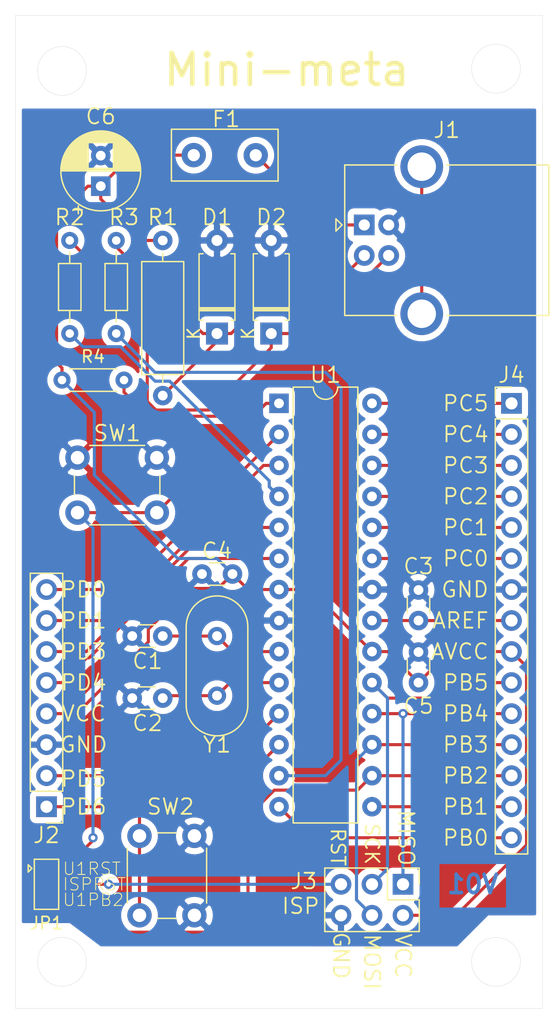
<source format=kicad_pcb>
(kicad_pcb (version 20171130) (host pcbnew 5.1.2)
  (title_block (title "Mini meta") (date 2019-07-21) (rev v01))
  (layers (0 F.Cu signal hide) (31 B.Cu signal) (34 B.Paste user) (35 F.Paste user) (36 B.SilkS user) (37 F.SilkS user) (38 B.Mask user) (39 F.Mask user) (44 Edge.Cuts user))
  (net 0 "")
  (net 1 "Net-(C1-Pad1)")
  (net 2 GND)
  (net 3 "Net-(C2-Pad1)")
  (net 4 +5V)
  (net 5 "Net-(D1-Pad1)")
  (net 6 "Net-(D2-Pad1)")
  (net 7 "Net-(F1-Pad2)")
  (net 8 "Net-(J1-Pad5)")
  (net 9 "Net-(J2-Pad1)")
  (net 10 "Net-(J2-Pad2)")
  (net 11 "Net-(J2-Pad5)")
  (net 12 "Net-(J2-Pad6)")
  (net 13 "Net-(J2-Pad7)")
  (net 14 "Net-(J2-Pad8)")
  (net 15 "Net-(J3-Pad1)")
  (net 16 "Net-(J3-Pad3)")
  (net 17 "Net-(J3-Pad4)")
  (net 18 "Net-(J3-Pad5)")
  (net 19 "Net-(J4-Pad1)")
  (net 20 "Net-(J4-Pad2)")
  (net 21 "Net-(J4-Pad3)")
  (net 22 "Net-(J4-Pad4)")
  (net 23 "Net-(J4-Pad5)")
  (net 24 "Net-(J4-Pad6)")
  (net 25 "Net-(J4-Pad13)")
  (net 26 "Net-(J4-Pad14)")
  (net 27 "Net-(J4-Pad15)")
  (net 28 /Reset)
  (net 29 "Net-(R2-Pad1)")
  (net 30 "Net-(R3-Pad1)")
  (net 31 /AREF)
  (module Capacitor_THT:C_Disc_D3.0mm_W1.6mm_P2.50mm (layer F.Cu) (at 117.475 93.98 180)
    (fp_text reference C1 (at 1.25 -2.05) (layer F.SilkS) (effects (font (size 1.27 1.27))))
    (fp_text value 18pF)
    (pad 1 thru_hole circle (at 0 0 180) (size 1.6 1.6) (drill 0.8) (layers *.Cu *.Mask) (net 1 "Net-(C1-Pad1)"))
    (pad 2 thru_hole circle (at 2.5 0 180) (size 1.6 1.6) (drill 0.8) (layers *.Cu *.Mask) (net 2 GND))
  )
  (module Capacitor_THT:C_Disc_D3.0mm_W1.6mm_P2.50mm (layer F.Cu) (at 117.475 99.06 180)
    (fp_text reference C2 (at 1.25 -2.05) (layer F.SilkS) (effects (font (size 1.27 1.27))))
    (fp_text value 18pF)
    (pad 2 thru_hole circle (at 2.5 0 180) (size 1.6 1.6) (drill 0.8) (layers *.Cu *.Mask) (net 2 GND))
    (pad 1 thru_hole circle (at 0 0 180) (size 1.6 1.6) (drill 0.8) (layers *.Cu *.Mask) (net 3 "Net-(C2-Pad1)"))
  )
  (module Capacitor_THT:C_Disc_D3.0mm_W1.6mm_P2.50mm (layer F.Cu) (at 138.43 92.71 90)
    (fp_text reference C3 (at 4.445 0 180) (layer F.SilkS) (effects (font (size 1.27 1.27))))
    (fp_text value 0.1uF)
    (pad 1 thru_hole circle (at 0 0 90) (size 1.6 1.6) (drill 0.8) (layers *.Cu *.Mask) (net 31 /AREF))
    (pad 2 thru_hole circle (at 2.5 0 90) (size 1.6 1.6) (drill 0.8) (layers *.Cu *.Mask) (net 2 GND))
  )
  (module Capacitor_THT:C_Disc_D3.0mm_W1.6mm_P2.50mm (layer F.Cu) (at 123.19 88.9 180)
    (fp_text reference C4 (at 1.27 1.905) (layer F.SilkS) (effects (font (size 1.27 1.27))))
    (fp_text value 0.1uF)
    (pad 1 thru_hole circle (at 0 0 180) (size 1.6 1.6) (drill 0.8) (layers *.Cu *.Mask) (net 4 +5V))
    (pad 2 thru_hole circle (at 2.5 0 180) (size 1.6 1.6) (drill 0.8) (layers *.Cu *.Mask) (net 2 GND))
  )
  (module Capacitor_THT:C_Disc_D3.0mm_W1.6mm_P2.50mm (layer F.Cu) (at 138.43 97.79 90)
    (fp_text reference C5 (at -1.905 0 180) (layer F.SilkS) (effects (font (size 1.27 1.27))))
    (fp_text value 0.1uF)
    (pad 2 thru_hole circle (at 2.5 0 90) (size 1.6 1.6) (drill 0.8) (layers *.Cu *.Mask) (net 2 GND))
    (pad 1 thru_hole circle (at 0 0 90) (size 1.6 1.6) (drill 0.8) (layers *.Cu *.Mask) (net 4 +5V))
  )
  (module Capacitor_THT:CP_Radial_D6.3mm_P2.50mm (layer F.Cu) (at 112.395 57.15 90)
    (fp_text reference C6 (at 5.715 0 180) (layer F.SilkS) (effects (font (size 1.27 1.27))))
    (fp_text value 10uF)
    (pad 1 thru_hole rect (at 0 0 90) (size 1.6 1.6) (drill 0.8) (layers *.Cu *.Mask) (net 4 +5V))
    (pad 2 thru_hole circle (at 2.5 0 90) (size 1.6 1.6) (drill 0.8) (layers *.Cu *.Mask) (net 2 GND))
  )
  (module Diode_THT:D_A-405_P7.62mm_Horizontal (layer F.Cu) (at 121.92 69.215 90)
    (fp_text reference D1 (at 9.525 0 180) (layer F.SilkS) (effects (font (size 1.27 1.27))))
    (fp_text value 3.6V)
    (fp_text user K (at 0 -1.9 90) (layer F.SilkS))
    (pad 2 thru_hole oval (at 7.62 0 90) (size 1.8 1.8) (drill 0.9) (layers *.Cu *.Mask) (net 2 GND))
    (pad 1 thru_hole rect (at 0 0 90) (size 1.8 1.8) (drill 0.9) (layers *.Cu *.Mask) (net 5 "Net-(D1-Pad1)"))
  )
  (module Diode_THT:D_A-405_P7.62mm_Horizontal (layer F.Cu) (at 126.365 69.215 90)
    (fp_text reference D2 (at 9.525 0 180) (layer F.SilkS) (effects (font (size 1.27 1.27))))
    (fp_text value 3.6V)
    (fp_text user K (at 0 -1.9 90) (layer F.SilkS))
    (pad 1 thru_hole rect (at 0 0 90) (size 1.8 1.8) (drill 0.9) (layers *.Cu *.Mask) (net 6 "Net-(D2-Pad1)"))
    (pad 2 thru_hole oval (at 7.62 0 90) (size 1.8 1.8) (drill 0.9) (layers *.Cu *.Mask) (net 2 GND))
  )
  (module Fuse:Fuse_Littelfuse_395Series (layer F.Cu) (at 120.015 54.61)
    (fp_text reference F1 (at 2.65 -2.95) (layer F.SilkS) (effects (font (size 1.27 1.27))))
    (fp_text value 100mA)
    (pad 1 thru_hole circle (at 0 0) (size 2 2) (drill 1) (layers *.Cu *.Mask) (net 4 +5V))
    (pad 2 thru_hole circle (at 5.08 0.01) (size 2 2) (drill 1) (layers *.Cu *.Mask) (net 7 "Net-(F1-Pad2)"))
  )
  (module Connector_USB:USB_B_OST_USB-B1HSxx_Horizontal (layer F.Cu) (at 133.985 60.325)
    (fp_text reference J1 (at 6.76 -7.77) (layer F.SilkS) (effects (font (size 1.27 1.27))))
    (fp_text value USB_B)
    (pad 1 thru_hole rect (at 0 0) (size 1.7 1.7) (drill 0.92) (layers *.Cu *.Mask) (net 7 "Net-(F1-Pad2)"))
    (pad 2 thru_hole circle (at 0 2.5) (size 1.7 1.7) (drill 0.92) (layers *.Cu *.Mask) (net 5 "Net-(D1-Pad1)"))
    (pad 3 thru_hole circle (at 2 2.5) (size 1.7 1.7) (drill 0.92) (layers *.Cu *.Mask) (net 6 "Net-(D2-Pad1)"))
    (pad 4 thru_hole circle (at 2 0) (size 1.7 1.7) (drill 0.92) (layers *.Cu *.Mask) (net 2 GND))
    (pad 5 thru_hole circle (at 4.71 -4.77) (size 3.5 3.5) (drill 2.33) (layers *.Cu *.Mask) (net 8 "Net-(J1-Pad5)"))
    (pad 5 thru_hole circle (at 4.71 7.27) (size 3.5 3.5) (drill 2.33) (layers *.Cu *.Mask) (net 8 "Net-(J1-Pad5)"))
  )
  (module Connector_PinHeader_2.54mm:PinHeader_1x08_P2.54mm_Vertical (layer F.Cu) (at 107.95 107.95 180)
    (fp_text reference J2 (at 0 -2.33) (layer F.SilkS) (effects (font (size 1.27 1.27))))
    (fp_text value Conn_01x08)
    (pad 1 thru_hole rect (at 0 0 180) (size 1.7 1.7) (drill 1) (layers *.Cu *.Mask) (net 9 "Net-(J2-Pad1)"))
    (pad 2 thru_hole oval (at 0 2.54 180) (size 1.7 1.7) (drill 1) (layers *.Cu *.Mask) (net 10 "Net-(J2-Pad2)"))
    (pad 3 thru_hole oval (at 0 5.08 180) (size 1.7 1.7) (drill 1) (layers *.Cu *.Mask) (net 2 GND))
    (pad 4 thru_hole oval (at 0 7.62 180) (size 1.7 1.7) (drill 1) (layers *.Cu *.Mask) (net 4 +5V))
    (pad 5 thru_hole oval (at 0 10.16 180) (size 1.7 1.7) (drill 1) (layers *.Cu *.Mask) (net 11 "Net-(J2-Pad5)"))
    (pad 6 thru_hole oval (at 0 12.7 180) (size 1.7 1.7) (drill 1) (layers *.Cu *.Mask) (net 12 "Net-(J2-Pad6)"))
    (pad 7 thru_hole oval (at 0 15.24 180) (size 1.7 1.7) (drill 1) (layers *.Cu *.Mask) (net 13 "Net-(J2-Pad7)"))
    (pad 8 thru_hole oval (at 0 17.78 180) (size 1.7 1.7) (drill 1) (layers *.Cu *.Mask) (net 14 "Net-(J2-Pad8)"))
  )
  (module Connector_PinHeader_2.54mm:PinHeader_2x03_P2.54mm_Vertical (layer F.Cu) (at 137.16 114.3 270)
    (fp_text reference J3 (at -0.254 8.128 180) (layer F.SilkS) (effects (font (size 1.27 1.27))))
    (fp_text value ISP)
    (pad 1 thru_hole rect (at 0 0 270) (size 1.7 1.7) (drill 1) (layers *.Cu *.Mask) (net 15 "Net-(J3-Pad1)"))
    (pad 2 thru_hole oval (at 2.54 0 270) (size 1.7 1.7) (drill 1) (layers *.Cu *.Mask) (net 4 +5V))
    (pad 3 thru_hole oval (at 0 2.54 270) (size 1.7 1.7) (drill 1) (layers *.Cu *.Mask) (net 16 "Net-(J3-Pad3)"))
    (pad 4 thru_hole oval (at 2.54 2.54 270) (size 1.7 1.7) (drill 1) (layers *.Cu *.Mask) (net 17 "Net-(J3-Pad4)"))
    (pad 5 thru_hole oval (at 0 5.08 270) (size 1.7 1.7) (drill 1) (layers *.Cu *.Mask) (net 18 "Net-(J3-Pad5)"))
    (pad 6 thru_hole oval (at 2.54 5.08 270) (size 1.7 1.7) (drill 1) (layers *.Cu *.Mask) (net 2 GND))
  )
  (module Connector_PinHeader_2.54mm:PinHeader_1x15_P2.54mm_Vertical (layer F.Cu) (at 146.05 74.93)
    (fp_text reference J4 (at 0 -2.33) (layer F.SilkS) (effects (font (size 1.27 1.27))))
    (fp_text value Conn_01x15)
    (pad 1 thru_hole rect (at 0 0) (size 1.7 1.7) (drill 1) (layers *.Cu *.Mask) (net 19 "Net-(J4-Pad1)"))
    (pad 2 thru_hole oval (at 0 2.54) (size 1.7 1.7) (drill 1) (layers *.Cu *.Mask) (net 20 "Net-(J4-Pad2)"))
    (pad 3 thru_hole oval (at 0 5.08) (size 1.7 1.7) (drill 1) (layers *.Cu *.Mask) (net 21 "Net-(J4-Pad3)"))
    (pad 4 thru_hole oval (at 0 7.62) (size 1.7 1.7) (drill 1) (layers *.Cu *.Mask) (net 22 "Net-(J4-Pad4)"))
    (pad 5 thru_hole oval (at 0 10.16) (size 1.7 1.7) (drill 1) (layers *.Cu *.Mask) (net 23 "Net-(J4-Pad5)"))
    (pad 6 thru_hole oval (at 0 12.7) (size 1.7 1.7) (drill 1) (layers *.Cu *.Mask) (net 24 "Net-(J4-Pad6)"))
    (pad 7 thru_hole oval (at 0 15.24) (size 1.7 1.7) (drill 1) (layers *.Cu *.Mask) (net 2 GND))
    (pad 8 thru_hole oval (at 0 17.78) (size 1.7 1.7) (drill 1) (layers *.Cu *.Mask) (net 31 /AREF))
    (pad 9 thru_hole oval (at 0 20.32) (size 1.7 1.7) (drill 1) (layers *.Cu *.Mask) (net 4 +5V))
    (pad 10 thru_hole oval (at 0 22.86) (size 1.7 1.7) (drill 1) (layers *.Cu *.Mask) (net 16 "Net-(J3-Pad3)"))
    (pad 11 thru_hole oval (at 0 25.4) (size 1.7 1.7) (drill 1) (layers *.Cu *.Mask) (net 15 "Net-(J3-Pad1)"))
    (pad 12 thru_hole oval (at 0 27.94) (size 1.7 1.7) (drill 1) (layers *.Cu *.Mask) (net 17 "Net-(J3-Pad4)"))
    (pad 13 thru_hole oval (at 0 30.48) (size 1.7 1.7) (drill 1) (layers *.Cu *.Mask) (net 25 "Net-(J4-Pad13)"))
    (pad 14 thru_hole oval (at 0 33.02) (size 1.7 1.7) (drill 1) (layers *.Cu *.Mask) (net 26 "Net-(J4-Pad14)"))
    (pad 15 thru_hole oval (at 0 35.56) (size 1.7 1.7) (drill 1) (layers *.Cu *.Mask) (net 27 "Net-(J4-Pad15)"))
  )
  (module Jumper:SolderJumper-3_P1.3mm_Open_Pad1.0x1.5mm (layer F.Cu) (at 107.95 114.3 270)
    (fp_text reference JP1 (at 3.175 0 180) (layer F.SilkS))
    (fp_text value "Reset select")
    (pad 3 smd rect (at 1.3 0 270) (size 1 1.5) (layers F.Cu F.Mask) (net 25 "Net-(J4-Pad13)"))
    (pad 2 smd rect (at 0 0 270) (size 1 1.5) (layers F.Cu F.Mask) (net 18 "Net-(J3-Pad5)"))
    (pad 1 smd rect (at -1.3 0 270) (size 1 1.5) (layers F.Cu F.Mask) (net 28 /Reset))
  )
  (module Resistor_THT:R_Axial_DIN0309_L9.0mm_D3.2mm_P12.70mm_Horizontal (layer F.Cu) (at 117.475 61.595 270)
    (fp_text reference R1 (at -1.905 0 180) (layer F.SilkS) (effects (font (size 1.27 1.27))))
    (fp_text value 1.5K)
    (pad 1 thru_hole circle (at 0 0 270) (size 1.6 1.6) (drill 0.8) (layers *.Cu *.Mask) (net 4 +5V))
    (pad 2 thru_hole oval (at 12.7 0 270) (size 1.6 1.6) (drill 0.8) (layers *.Cu *.Mask) (net 5 "Net-(D1-Pad1)"))
  )
  (module Resistor_THT:R_Axial_DIN0204_L3.6mm_D1.6mm_P7.62mm_Horizontal (layer F.Cu) (at 109.855 69.215 90)
    (fp_text reference R2 (at 9.525 0 180) (layer F.SilkS) (effects (font (size 1.27 1.27))))
    (fp_text value 75R)
    (pad 1 thru_hole circle (at 0 0 90) (size 1.4 1.4) (drill 0.7) (layers *.Cu *.Mask) (net 29 "Net-(R2-Pad1)"))
    (pad 2 thru_hole oval (at 7.62 0 90) (size 1.4 1.4) (drill 0.7) (layers *.Cu *.Mask) (net 6 "Net-(D2-Pad1)"))
  )
  (module Resistor_THT:R_Axial_DIN0204_L3.6mm_D1.6mm_P7.62mm_Horizontal (layer F.Cu) (at 113.665 69.215 90)
    (fp_text reference R3 (at 9.525 0.635 180) (layer F.SilkS) (effects (font (size 1.27 1.27))))
    (fp_text value 75R)
    (pad 2 thru_hole oval (at 7.62 0 90) (size 1.4 1.4) (drill 0.7) (layers *.Cu *.Mask) (net 5 "Net-(D1-Pad1)"))
    (pad 1 thru_hole circle (at 0 0 90) (size 1.4 1.4) (drill 0.7) (layers *.Cu *.Mask) (net 30 "Net-(R3-Pad1)"))
  )
  (module Resistor_THT:R_Axial_DIN0204_L3.6mm_D1.6mm_P5.08mm_Horizontal (layer F.Cu) (at 109.22 73.025)
    (fp_text reference R4 (at 2.54 -1.92) (layer F.SilkS))
    (fp_text value 10K)
    (pad 1 thru_hole circle (at 0 0) (size 1.4 1.4) (drill 0.7) (layers *.Cu *.Mask) (net 4 +5V))
    (pad 2 thru_hole oval (at 5.08 0) (size 1.4 1.4) (drill 0.7) (layers *.Cu *.Mask) (net 28 /Reset))
  )
  (module Button_Switch_THT:SW_PUSH_6mm (layer F.Cu) (at 110.49 79.375)
    (fp_text reference SW1 (at 3.25 -2) (layer F.SilkS) (effects (font (size 1.27 1.27))))
    (fp_text value RESET)
    (pad 2 thru_hole circle (at 0 4.5 90) (size 2 2) (drill 1.1) (layers *.Cu *.Mask) (net 28 /Reset))
    (pad 1 thru_hole circle (at 0 0 90) (size 2 2) (drill 1.1) (layers *.Cu *.Mask) (net 2 GND))
    (pad 2 thru_hole circle (at 6.5 4.5 90) (size 2 2) (drill 1.1) (layers *.Cu *.Mask) (net 28 /Reset))
    (pad 1 thru_hole circle (at 6.5 0 90) (size 2 2) (drill 1.1) (layers *.Cu *.Mask) (net 2 GND))
  )
  (module Button_Switch_THT:SW_PUSH_6mm (layer F.Cu) (at 115.57 116.84 90)
    (fp_text reference SW2 (at 8.89 2.54 180) (layer F.SilkS) (effects (font (size 1.27 1.27))))
    (fp_text value BOOT)
    (pad 1 thru_hole circle (at 6.5 0 180) (size 2 2) (drill 1.1) (layers *.Cu *.Mask) (net 9 "Net-(J2-Pad1)"))
    (pad 2 thru_hole circle (at 6.5 4.5 180) (size 2 2) (drill 1.1) (layers *.Cu *.Mask) (net 2 GND))
    (pad 1 thru_hole circle (at 0 0 180) (size 2 2) (drill 1.1) (layers *.Cu *.Mask) (net 9 "Net-(J2-Pad1)"))
    (pad 2 thru_hole circle (at 0 4.5 180) (size 2 2) (drill 1.1) (layers *.Cu *.Mask) (net 2 GND))
  )
  (module Package_DIP:DIP-28_W7.62mm (layer F.Cu) (at 127 74.93)
    (fp_text reference U1 (at 3.81 -2.33) (layer F.SilkS) (effects (font (size 1.27 1.27))))
    (fp_text value ATMega168-20PU)
    (pad 1 thru_hole rect (at 0 0) (size 1.6 1.6) (drill 0.8) (layers *.Cu *.Mask) (net 28 /Reset))
    (pad 15 thru_hole oval (at 7.62 33.02) (size 1.6 1.6) (drill 0.8) (layers *.Cu *.Mask) (net 26 "Net-(J4-Pad14)"))
    (pad 2 thru_hole oval (at 0 2.54) (size 1.6 1.6) (drill 0.8) (layers *.Cu *.Mask) (net 14 "Net-(J2-Pad8)"))
    (pad 16 thru_hole oval (at 7.62 30.48) (size 1.6 1.6) (drill 0.8) (layers *.Cu *.Mask) (net 25 "Net-(J4-Pad13)"))
    (pad 3 thru_hole oval (at 0 5.08) (size 1.6 1.6) (drill 0.8) (layers *.Cu *.Mask) (net 13 "Net-(J2-Pad7)"))
    (pad 17 thru_hole oval (at 7.62 27.94) (size 1.6 1.6) (drill 0.8) (layers *.Cu *.Mask) (net 17 "Net-(J3-Pad4)"))
    (pad 4 thru_hole oval (at 0 7.62) (size 1.6 1.6) (drill 0.8) (layers *.Cu *.Mask) (net 29 "Net-(R2-Pad1)"))
    (pad 18 thru_hole oval (at 7.62 25.4) (size 1.6 1.6) (drill 0.8) (layers *.Cu *.Mask) (net 15 "Net-(J3-Pad1)"))
    (pad 5 thru_hole oval (at 0 10.16) (size 1.6 1.6) (drill 0.8) (layers *.Cu *.Mask) (net 12 "Net-(J2-Pad6)"))
    (pad 19 thru_hole oval (at 7.62 22.86) (size 1.6 1.6) (drill 0.8) (layers *.Cu *.Mask) (net 16 "Net-(J3-Pad3)"))
    (pad 6 thru_hole oval (at 0 12.7) (size 1.6 1.6) (drill 0.8) (layers *.Cu *.Mask) (net 11 "Net-(J2-Pad5)"))
    (pad 20 thru_hole oval (at 7.62 20.32) (size 1.6 1.6) (drill 0.8) (layers *.Cu *.Mask) (net 4 +5V))
    (pad 7 thru_hole oval (at 0 15.24) (size 1.6 1.6) (drill 0.8) (layers *.Cu *.Mask) (net 4 +5V))
    (pad 21 thru_hole oval (at 7.62 17.78) (size 1.6 1.6) (drill 0.8) (layers *.Cu *.Mask) (net 31 /AREF))
    (pad 8 thru_hole oval (at 0 17.78) (size 1.6 1.6) (drill 0.8) (layers *.Cu *.Mask) (net 2 GND))
    (pad 22 thru_hole oval (at 7.62 15.24) (size 1.6 1.6) (drill 0.8) (layers *.Cu *.Mask) (net 2 GND))
    (pad 9 thru_hole oval (at 0 20.32) (size 1.6 1.6) (drill 0.8) (layers *.Cu *.Mask) (net 1 "Net-(C1-Pad1)"))
    (pad 23 thru_hole oval (at 7.62 12.7) (size 1.6 1.6) (drill 0.8) (layers *.Cu *.Mask) (net 24 "Net-(J4-Pad6)"))
    (pad 10 thru_hole oval (at 0 22.86) (size 1.6 1.6) (drill 0.8) (layers *.Cu *.Mask) (net 3 "Net-(C2-Pad1)"))
    (pad 24 thru_hole oval (at 7.62 10.16) (size 1.6 1.6) (drill 0.8) (layers *.Cu *.Mask) (net 23 "Net-(J4-Pad5)"))
    (pad 11 thru_hole oval (at 0 25.4) (size 1.6 1.6) (drill 0.8) (layers *.Cu *.Mask) (net 10 "Net-(J2-Pad2)"))
    (pad 25 thru_hole oval (at 7.62 7.62) (size 1.6 1.6) (drill 0.8) (layers *.Cu *.Mask) (net 22 "Net-(J4-Pad4)"))
    (pad 12 thru_hole oval (at 0 27.94) (size 1.6 1.6) (drill 0.8) (layers *.Cu *.Mask) (net 9 "Net-(J2-Pad1)"))
    (pad 26 thru_hole oval (at 7.62 5.08) (size 1.6 1.6) (drill 0.8) (layers *.Cu *.Mask) (net 21 "Net-(J4-Pad3)"))
    (pad 13 thru_hole oval (at 0 30.48) (size 1.6 1.6) (drill 0.8) (layers *.Cu *.Mask) (net 30 "Net-(R3-Pad1)"))
    (pad 27 thru_hole oval (at 7.62 2.54) (size 1.6 1.6) (drill 0.8) (layers *.Cu *.Mask) (net 20 "Net-(J4-Pad2)"))
    (pad 14 thru_hole oval (at 0 33.02) (size 1.6 1.6) (drill 0.8) (layers *.Cu *.Mask) (net 27 "Net-(J4-Pad15)"))
    (pad 28 thru_hole oval (at 7.62 0) (size 1.6 1.6) (drill 0.8) (layers *.Cu *.Mask) (net 19 "Net-(J4-Pad1)"))
  )
  (module Crystal:Crystal_HC49-4H_Vertical (layer F.Cu) (at 121.92 93.98 270)
    (fp_text reference Y1 (at 8.89 0 180) (layer F.SilkS) (effects (font (size 1.27 1.27))))
    (fp_text value 16MHz)
    (pad 1 thru_hole circle (at 0 0 270) (size 1.5 1.5) (drill 0.8) (layers *.Cu *.Mask) (net 1 "Net-(C1-Pad1)"))
    (pad 2 thru_hole circle (at 4.88 0 270) (size 1.5 1.5) (drill 0.8) (layers *.Cu *.Mask) (net 3 "Net-(C2-Pad1)"))
  )
  (gr_text PD0 (at 110.998 90.17) (layer F.SilkS) (effects (font (size 1.27 1.27))))
  (gr_text PD1 (at 110.998 92.71) (layer F.SilkS) (effects (font (size 1.27 1.27))))
  (gr_text PD3 (at 110.998 95.25) (layer F.SilkS) (effects (font (size 1.27 1.27))))
  (gr_text PD4 (at 110.998 97.79) (layer F.SilkS) (effects (font (size 1.27 1.27))))
  (gr_text VCC (at 110.998 100.33) (layer F.SilkS) (effects (font (size 1.27 1.27))))
  (gr_text GND (at 110.998 102.87) (layer F.SilkS) (effects (font (size 1.27 1.27))))
  (gr_text PD5 (at 110.998 105.664) (layer F.SilkS) (effects (font (size 1.27 1.27))))
  (gr_text PD6 (at 110.998 107.95) (layer F.SilkS) (effects (font (size 1.27 1.27))))
  (gr_text PB0 (at 144.272 110.49) (layer F.SilkS) (effects (font (size 1.27 1.27)) (justify right)))
  (gr_text PB1 (at 144.272 107.95) (layer F.SilkS) (effects (font (size 1.27 1.27)) (justify right)))
  (gr_text PB2 (at 144.272 105.41) (layer F.SilkS) (effects (font (size 1.27 1.27)) (justify right)))
  (gr_text PB3 (at 144.272 102.87) (layer F.SilkS) (effects (font (size 1.27 1.27)) (justify right)))
  (gr_text PB4 (at 144.272 100.33) (layer F.SilkS) (effects (font (size 1.27 1.27)) (justify right)))
  (gr_text PB5 (at 144.272 97.79) (layer F.SilkS) (effects (font (size 1.27 1.27)) (justify right)))
  (gr_text AVCC (at 144.272 95.25) (layer F.SilkS) (effects (font (size 1.27 1.27)) (justify right)))
  (gr_text AREF (at 144.272 92.71) (layer F.SilkS) (effects (font (size 1.27 1.27)) (justify right)))
  (gr_text GND (at 144.272 90.17) (layer F.SilkS) (effects (font (size 1.27 1.27)) (justify right)))
  (gr_text PC0 (at 144.272 87.63) (layer F.SilkS) (effects (font (size 1.27 1.27)) (justify right)))
  (gr_text PC1 (at 144.272 85.09) (layer F.SilkS) (effects (font (size 1.27 1.27)) (justify right)))
  (gr_text PC2 (at 144.272 82.55) (layer F.SilkS) (effects (font (size 1.27 1.27)) (justify right)))
  (gr_text PC3 (at 144.272 80.01) (layer F.SilkS) (effects (font (size 1.27 1.27)) (justify right)))
  (gr_text PC4 (at 144.272 77.47) (layer F.SilkS) (effects (font (size 1.27 1.27)) (justify right)))
  (gr_text PC5 (at 144.272 74.93) (layer F.SilkS) (effects (font (size 1.27 1.27)) (justify right)))
  (gr_text SCK (at 134.62 110.998 270) (layer F.SilkS) (effects (font (size 1.143 1.143))))
  (gr_text MISO (at 137.414 110.49 270) (layer F.SilkS) (effects (font (size 1.27 1.27))))
  (gr_text GND (at 132.08 120.142 270) (layer F.SilkS) (effects (font (size 1.27 1.27))))
  (gr_text MOSI (at 134.62 120.65 270) (layer F.SilkS) (effects (font (size 1.27 1.27))))
  (gr_text VCC (at 137.16 120.142 270) (layer F.SilkS) (effects (font (size 1.27 1.27))))
  (gr_text RST (at 131.826 111.252 270) (layer F.SilkS) (effects (font (size 1.143 1.143))))
  (gr_text U1PB2 (at 109.22 115.57) (layer F.SilkS) (effects (font (size 1.016 1.016) (thickness 0.0762)) (justify left)))
  (gr_text U1RST (at 109.22 113.03) (layer F.SilkS) (effects (font (size 1.016 1.016) (thickness 0.0762)) (justify left)))
  (gr_text ISPRST (at 109.22 114.3) (layer F.SilkS) (effects (font (size 1.016 1.016) (thickness 0.0762)) (justify left)))
  (gr_text ISP (at 128.778 116.078) (layer F.SilkS) (effects (font (size 1.27 1.27))))
  (gr_text Mini-meta (at 127.635 47.625) (layer F.SilkS) (effects (font (size 2.54 2.54) (thickness 0.381))))
  (gr_text V01 (at 127 118.11) (layer F.Cu) (effects (font (size 1.5 1.5) (thickness 0.3))))
  (gr_text V01 (at 142.875 114.3) (layer B.Cu) (effects (font (size 1.5 1.5) (thickness 0.3)) (justify mirror)))
  (gr_circle (center 109.22 120.65) (end 111.22 120.65) (layer Edge.Cuts) (width 0.0254))
  (gr_circle (center 144.78 120.65) (end 146.78 120.65) (layer Edge.Cuts) (width 0.0254))
  (gr_circle (center 144.78 47.53) (end 146.78 47.53) (layer Edge.Cuts) (width 0.0254))
  (gr_circle (center 109.22 47.72) (end 111.22 47.72) (layer Edge.Cuts) (width 0.0254))
  (gr_line (start 148.59 124.46) (end 105.41 124.46) (layer Edge.Cuts) (width 0.0254))
  (gr_line (start 148.59 43.18) (end 148.59 124.46) (layer Edge.Cuts) (width 0.0254))
  (gr_line (start 105.41 43.18) (end 148.59 43.18) (layer Edge.Cuts) (width 0.0254))
  (gr_line (start 105.41 124.46) (end 105.41 43.18) (layer Edge.Cuts) (width 0.0254))
  (segment (start 123.19 95.25) (end 121.92 93.98) (width 0.25) (layer F.Cu) (net 1))
  (segment (start 127 95.25) (end 123.19 95.25) (width 0.25) (layer F.Cu) (net 1))
  (segment (start 121.92 93.98) (end 117.475 93.98) (width 0.25) (layer F.Cu) (net 1))
  (segment (start 138.39 90.17) (end 138.43 90.21) (width 0.25) (layer F.Cu) (net 2))
  (segment (start 138.47 90.17) (end 138.43 90.21) (width 0.25) (layer F.Cu) (net 2))
  (segment (start 120.055 88.9) (end 120.69 88.9) (width 0.25) (layer F.Cu) (net 2))
  (segment (start 122.99 97.79) (end 121.92 98.86) (width 0.25) (layer F.Cu) (net 3))
  (segment (start 127 97.79) (end 122.99 97.79) (width 0.25) (layer F.Cu) (net 3))
  (segment (start 117.675 98.86) (end 117.475 99.06) (width 0.25) (layer F.Cu) (net 3))
  (segment (start 121.92 98.86) (end 117.675 98.86) (width 0.25) (layer F.Cu) (net 3))
  (segment (start 135.89 95.25) (end 134.62 95.25) (width 0.25) (layer F.Cu) (net 4))
  (segment (start 138.43 97.79) (end 135.89 95.25) (width 0.25) (layer F.Cu) (net 4))
  (segment (start 114.935 54.61) (end 112.395 57.15) (width 0.254) (layer F.Cu) (net 4))
  (segment (start 120.015 54.61) (end 114.935 54.61) (width 0.254) (layer F.Cu) (net 4))
  (segment (start 116.34363 61.595) (end 117.475 61.595) (width 0.254) (layer F.Cu) (net 4))
  (segment (start 115.786 61.595) (end 116.34363 61.595) (width 0.254) (layer F.Cu) (net 4))
  (segment (start 112.395 58.204) (end 115.786 61.595) (width 0.254) (layer F.Cu) (net 4))
  (segment (start 112.395 57.15) (end 112.395 58.204) (width 0.254) (layer F.Cu) (net 4))
  (segment (start 111.341 57.15) (end 112.395 57.15) (width 0.254) (layer F.Cu) (net 4))
  (segment (start 108.773999 71.58905) (end 108.773999 59.717001) (width 0.254) (layer F.Cu) (net 4))
  (segment (start 109.22 72.035051) (end 108.773999 71.58905) (width 0.254) (layer F.Cu) (net 4))
  (segment (start 108.773999 59.717001) (end 111.341 57.15) (width 0.254) (layer F.Cu) (net 4))
  (segment (start 109.22 73.025) (end 109.22 72.035051) (width 0.254) (layer F.Cu) (net 4))
  (segment (start 109.919999 73.724999) (end 109.22 73.025) (width 0.254) (layer B.Cu) (net 4))
  (segment (start 111.871001 75.676001) (end 109.919999 73.724999) (width 0.254) (layer B.Cu) (net 4))
  (segment (start 111.871001 80.799883) (end 111.871001 75.676001) (width 0.254) (layer B.Cu) (net 4))
  (segment (start 118.701118 87.63) (end 111.871001 80.799883) (width 0.254) (layer B.Cu) (net 4))
  (segment (start 121.92 87.63) (end 118.701118 87.63) (width 0.254) (layer B.Cu) (net 4))
  (segment (start 123.19 88.9) (end 121.92 87.63) (width 0.254) (layer B.Cu) (net 4))
  (segment (start 124.46 90.17) (end 127 90.17) (width 0.25) (layer F.Cu) (net 4))
  (segment (start 123.19 88.9) (end 124.46 90.17) (width 0.25) (layer F.Cu) (net 4))
  (segment (start 129.54 90.17) (end 127 90.17) (width 0.254) (layer F.Cu) (net 4))
  (segment (start 134.62 95.25) (end 129.54 90.17) (width 0.254) (layer F.Cu) (net 4))
  (segment (start 140.97 95.25) (end 138.43 97.79) (width 0.254) (layer F.Cu) (net 4))
  (segment (start 146.05 95.25) (end 140.97 95.25) (width 0.254) (layer F.Cu) (net 4))
  (segment (start 146.899999 96.099999) (end 146.05 95.25) (width 0.254) (layer F.Cu) (net 4))
  (segment (start 147.281001 111.080881) (end 147.281001 96.481001) (width 0.254) (layer F.Cu) (net 4))
  (segment (start 141.521882 116.84) (end 147.281001 111.080881) (width 0.254) (layer F.Cu) (net 4))
  (segment (start 147.281001 96.481001) (end 146.899999 96.099999) (width 0.254) (layer F.Cu) (net 4))
  (segment (start 137.16 116.84) (end 141.521882 116.84) (width 0.254) (layer F.Cu) (net 4))
  (segment (start 122.390001 89.699999) (end 123.19 88.9) (width 0.254) (layer F.Cu) (net 4))
  (segment (start 122.008999 90.081001) (end 122.390001 89.699999) (width 0.254) (layer F.Cu) (net 4))
  (segment (start 107.95 100.33) (end 110.422081 100.33) (width 0.254) (layer F.Cu) (net 4))
  (segment (start 119.626117 90.081001) (end 122.008999 90.081001) (width 0.254) (layer F.Cu) (net 4))
  (segment (start 110.422081 100.33) (end 116.293999 94.458082) (width 0.254) (layer F.Cu) (net 4))
  (segment (start 116.293999 94.458082) (end 116.293999 93.413119) (width 0.254) (layer F.Cu) (net 4))
  (segment (start 116.293999 93.413119) (end 119.626117 90.081001) (width 0.254) (layer F.Cu) (net 4))
  (segment (start 122.515 69.215) (end 121.92 69.215) (width 0.254) (layer F.Cu) (net 5))
  (segment (start 120.766 69.215) (end 113.665 62.114) (width 0.254) (layer F.Cu) (net 5))
  (segment (start 113.665 62.114) (end 113.665 61.595) (width 0.254) (layer F.Cu) (net 5))
  (segment (start 121.92 69.215) (end 120.766 69.215) (width 0.254) (layer F.Cu) (net 5))
  (segment (start 121.92 69.85) (end 121.92 69.215) (width 0.254) (layer F.Cu) (net 5))
  (segment (start 117.475 74.295) (end 121.92 69.85) (width 0.254) (layer F.Cu) (net 5))
  (segment (start 130.77 66.04) (end 133.985 62.825) (width 0.254) (layer F.Cu) (net 5))
  (segment (start 126.249 66.04) (end 130.77 66.04) (width 0.254) (layer F.Cu) (net 5))
  (segment (start 121.92 69.215) (end 123.074 69.215) (width 0.254) (layer F.Cu) (net 5))
  (segment (start 123.074 69.215) (end 126.249 66.04) (width 0.254) (layer F.Cu) (net 5))
  (segment (start 116.908119 75.476001) (end 116.205 74.772882) (width 0.254) (layer F.Cu) (net 6))
  (segment (start 121.257999 75.476001) (end 116.908119 75.476001) (width 0.254) (layer F.Cu) (net 6))
  (segment (start 126.365 69.215) (end 126.365 70.369) (width 0.254) (layer F.Cu) (net 6))
  (segment (start 126.365 70.369) (end 121.257999 75.476001) (width 0.254) (layer F.Cu) (net 6))
  (segment (start 116.205 67.945) (end 109.855 61.595) (width 0.254) (layer F.Cu) (net 6))
  (segment (start 116.205 74.772882) (end 116.205 67.945) (width 0.254) (layer F.Cu) (net 6))
  (segment (start 127.055 69.215) (end 126.365 69.215) (width 0.254) (layer F.Cu) (net 6))
  (segment (start 129.595 69.215) (end 126.365 69.215) (width 0.254) (layer F.Cu) (net 6))
  (segment (start 135.985 62.825) (end 129.595 69.215) (width 0.254) (layer F.Cu) (net 6))
  (segment (start 130.8 60.325) (end 125.095 54.62) (width 0.254) (layer F.Cu) (net 7))
  (segment (start 133.985 60.325) (end 130.8 60.325) (width 0.254) (layer F.Cu) (net 7))
  (segment (start 138.695 67.595) (end 138.695 55.555) (width 0.254) (layer F.Cu) (net 8))
  (segment (start 115.57 116.84) (end 115.57 110.34) (width 0.254) (layer F.Cu) (net 9))
  (segment (start 115.57 110.34) (end 115.57 107.95) (width 0.254) (layer F.Cu) (net 9))
  (segment (start 121.92 107.95) (end 127 102.87) (width 0.254) (layer F.Cu) (net 9))
  (segment (start 107.95 107.95) (end 121.92 107.95) (width 0.254) (layer F.Cu) (net 9))
  (segment (start 121.92 105.41) (end 127 100.33) (width 0.254) (layer F.Cu) (net 10))
  (segment (start 109.22 105.41) (end 121.92 105.41) (width 0.254) (layer F.Cu) (net 10))
  (segment (start 109.22 105.41) (end 107.95 105.41) (width 0.254) (layer F.Cu) (net 10))
  (segment (start 109.22 97.79) (end 107.95 97.79) (width 0.254) (layer F.Cu) (net 11))
  (segment (start 111.449108 95.75801) (end 111.25199 95.75801) (width 0.254) (layer F.Cu) (net 11))
  (segment (start 111.25199 95.75801) (end 109.22 97.79) (width 0.254) (layer F.Cu) (net 11))
  (segment (start 127 87.63) (end 119.577118 87.63) (width 0.254) (layer F.Cu) (net 11))
  (segment (start 119.577118 87.63) (end 111.449108 95.75801) (width 0.254) (layer F.Cu) (net 11))
  (segment (start 125.86863 85.09) (end 127 85.09) (width 0.254) (layer F.Cu) (net 12))
  (segment (start 121.368434 85.09) (end 125.86863 85.09) (width 0.254) (layer F.Cu) (net 12))
  (segment (start 107.95 95.25) (end 111.208434 95.25) (width 0.254) (layer F.Cu) (net 12))
  (segment (start 111.208434 95.25) (end 121.368434 85.09) (width 0.254) (layer F.Cu) (net 12))
  (segment (start 125.73 80.01) (end 127 80.01) (width 0.254) (layer F.Cu) (net 13))
  (segment (start 109.22 92.71) (end 113.03 92.71) (width 0.254) (layer F.Cu) (net 13))
  (segment (start 113.03 92.71) (end 125.73 80.01) (width 0.254) (layer F.Cu) (net 13))
  (segment (start 109.22 92.71) (end 107.95 92.71) (width 0.254) (layer F.Cu) (net 13))
  (segment (start 114.3 90.17) (end 127 77.47) (width 0.254) (layer F.Cu) (net 14))
  (segment (start 107.95 90.17) (end 114.3 90.17) (width 0.254) (layer F.Cu) (net 14))
  (via (at 137.16 100.33) (size 0.762) (drill 0.381) (layers F.Cu B.Cu) (net 15))
  (segment (start 137.16 114.3) (end 137.16 100.33) (width 0.254) (layer B.Cu) (net 15))
  (segment (start 144.78 100.33) (end 137.16 100.33) (width 0.254) (layer F.Cu) (net 15))
  (segment (start 137.16 100.33) (end 134.62 100.33) (width 0.254) (layer F.Cu) (net 15))
  (segment (start 146.05 100.33) (end 144.78 100.33) (width 0.254) (layer F.Cu) (net 15))
  (segment (start 134.62 114.3) (end 135.89 113.03) (width 0.254) (layer B.Cu) (net 16))
  (segment (start 135.89 99.06) (end 134.62 97.79) (width 0.254) (layer B.Cu) (net 16))
  (segment (start 135.89 113.03) (end 135.89 99.06) (width 0.254) (layer B.Cu) (net 16))
  (segment (start 143.51 99.06) (end 144.78 97.79) (width 0.254) (layer F.Cu) (net 16))
  (segment (start 134.62 97.79) (end 135.89 99.06) (width 0.254) (layer F.Cu) (net 16))
  (segment (start 144.78 97.79) (end 146.05 97.79) (width 0.254) (layer F.Cu) (net 16))
  (segment (start 135.89 99.06) (end 143.51 99.06) (width 0.254) (layer F.Cu) (net 16))
  (segment (start 134.62 102.87) (end 144.78 102.87) (width 0.254) (layer F.Cu) (net 17))
  (segment (start 133.820001 103.669999) (end 134.62 102.87) (width 0.254) (layer B.Cu) (net 17))
  (segment (start 133.35 115.57) (end 133.35 104.14) (width 0.254) (layer B.Cu) (net 17))
  (segment (start 133.35 104.14) (end 133.820001 103.669999) (width 0.254) (layer B.Cu) (net 17))
  (segment (start 134.62 116.84) (end 133.35 115.57) (width 0.254) (layer B.Cu) (net 17))
  (segment (start 144.78 102.87) (end 146.05 102.87) (width 0.254) (layer F.Cu) (net 17))
  (via (at 113.03 114.3) (size 0.762) (drill 0.381) (layers F.Cu B.Cu) (net 18))
  (segment (start 109.22 114.3) (end 113.03 114.3) (width 0.254) (layer F.Cu) (net 18))
  (segment (start 113.03 114.3) (end 132.08 114.3) (width 0.254) (layer B.Cu) (net 18))
  (segment (start 107.95 114.3) (end 109.22 114.3) (width 0.254) (layer F.Cu) (net 18))
  (segment (start 134.62 74.93) (end 144.78 74.93) (width 0.254) (layer F.Cu) (net 19))
  (segment (start 144.78 74.93) (end 146.05 74.93) (width 0.254) (layer F.Cu) (net 19))
  (segment (start 144.78 77.47) (end 134.62 77.47) (width 0.254) (layer F.Cu) (net 20))
  (segment (start 146.05 77.47) (end 144.78 77.47) (width 0.254) (layer F.Cu) (net 20))
  (segment (start 134.62 80.01) (end 144.78 80.01) (width 0.254) (layer F.Cu) (net 21))
  (segment (start 144.78 80.01) (end 146.05 80.01) (width 0.254) (layer F.Cu) (net 21))
  (segment (start 144.78 82.55) (end 134.62 82.55) (width 0.254) (layer F.Cu) (net 22))
  (segment (start 146.05 82.55) (end 144.78 82.55) (width 0.254) (layer F.Cu) (net 22))
  (segment (start 134.62 85.09) (end 144.78 85.09) (width 0.254) (layer F.Cu) (net 23))
  (segment (start 144.78 85.09) (end 146.05 85.09) (width 0.254) (layer F.Cu) (net 23))
  (segment (start 144.78 87.63) (end 134.62 87.63) (width 0.254) (layer F.Cu) (net 24))
  (segment (start 146.05 87.63) (end 144.78 87.63) (width 0.254) (layer F.Cu) (net 24))
  (segment (start 144.78 105.41) (end 134.62 105.41) (width 0.254) (layer F.Cu) (net 25))
  (segment (start 146.05 105.41) (end 144.78 105.41) (width 0.254) (layer F.Cu) (net 25))
  (segment (start 109.22 115.6) (end 107.95 115.6) (width 0.254) (layer F.Cu) (net 25))
  (segment (start 109.47 115.6) (end 109.22 115.6) (width 0.254) (layer F.Cu) (net 25))
  (segment (start 112.091001 118.221001) (end 109.47 115.6) (width 0.254) (layer F.Cu) (net 25))
  (segment (start 121.808999 118.221001) (end 112.091001 118.221001) (width 0.254) (layer F.Cu) (net 25))
  (segment (start 133.438999 106.591001) (end 126.611117 106.591001) (width 0.254) (layer F.Cu) (net 25))
  (segment (start 134.62 105.41) (end 133.438999 106.591001) (width 0.254) (layer F.Cu) (net 25))
  (segment (start 124.46 108.742118) (end 124.46 115.57) (width 0.254) (layer F.Cu) (net 25))
  (segment (start 126.611117 106.591001) (end 124.46 108.742118) (width 0.254) (layer F.Cu) (net 25))
  (segment (start 124.46 115.57) (end 121.808999 118.221001) (width 0.254) (layer F.Cu) (net 25))
  (segment (start 134.62 107.95) (end 144.78 107.95) (width 0.254) (layer F.Cu) (net 26))
  (segment (start 144.78 107.95) (end 146.05 107.95) (width 0.254) (layer F.Cu) (net 26))
  (segment (start 129.54 110.49) (end 127 107.95) (width 0.254) (layer F.Cu) (net 27))
  (segment (start 146.05 110.49) (end 129.54 110.49) (width 0.254) (layer F.Cu) (net 27))
  (segment (start 116.269062 75.984011) (end 114.3 74.014949) (width 0.254) (layer F.Cu) (net 28))
  (segment (start 125.946 74.93) (end 124.891989 75.984011) (width 0.254) (layer F.Cu) (net 28))
  (segment (start 114.3 74.014949) (end 114.3 73.025) (width 0.254) (layer F.Cu) (net 28))
  (segment (start 127 74.93) (end 125.946 74.93) (width 0.254) (layer F.Cu) (net 28))
  (segment (start 110.49 83.875) (end 116.99 83.875) (width 0.254) (layer F.Cu) (net 28))
  (segment (start 119.38 76.2) (end 119.164011 75.984011) (width 0.254) (layer F.Cu) (net 28))
  (segment (start 119.38 81.485) (end 119.38 76.2) (width 0.254) (layer F.Cu) (net 28))
  (segment (start 116.99 83.875) (end 119.38 81.485) (width 0.254) (layer F.Cu) (net 28))
  (segment (start 124.891989 75.984011) (end 119.164011 75.984011) (width 0.254) (layer F.Cu) (net 28))
  (segment (start 119.164011 75.984011) (end 116.269062 75.984011) (width 0.254) (layer F.Cu) (net 28))
  (via (at 111.76 110.49) (size 0.762) (drill 0.381) (layers F.Cu B.Cu) (net 28))
  (segment (start 111.76 110.71) (end 111.76 110.49) (width 0.254) (layer F.Cu) (net 28))
  (segment (start 109.22 113) (end 109.47 113) (width 0.254) (layer F.Cu) (net 28))
  (segment (start 109.47 113) (end 111.76 110.71) (width 0.254) (layer F.Cu) (net 28))
  (segment (start 111.76 85.145) (end 110.49 83.875) (width 0.254) (layer B.Cu) (net 28))
  (segment (start 111.76 110.49) (end 111.76 85.145) (width 0.254) (layer B.Cu) (net 28))
  (segment (start 109.22 113) (end 107.95 113) (width 0.254) (layer F.Cu) (net 28))
  (segment (start 126.200001 81.750001) (end 127 82.55) (width 0.254) (layer B.Cu) (net 29))
  (segment (start 126.200001 81.272119) (end 126.200001 81.750001) (width 0.254) (layer B.Cu) (net 29))
  (segment (start 118.041881 73.113999) (end 126.200001 81.272119) (width 0.254) (layer B.Cu) (net 29))
  (segment (start 116.845565 73.113999) (end 118.041881 73.113999) (width 0.254) (layer B.Cu) (net 29))
  (segment (start 114.027567 70.296001) (end 116.845565 73.113999) (width 0.254) (layer B.Cu) (net 29))
  (segment (start 110.936001 70.296001) (end 114.027567 70.296001) (width 0.254) (layer B.Cu) (net 29))
  (segment (start 109.855 69.215) (end 110.936001 70.296001) (width 0.254) (layer B.Cu) (net 29))
  (segment (start 130.81 105.41) (end 127 105.41) (width 0.254) (layer B.Cu) (net 30))
  (segment (start 116.84 72.39) (end 130.81 72.39) (width 0.254) (layer B.Cu) (net 30))
  (segment (start 132.08 104.14) (end 130.81 105.41) (width 0.254) (layer B.Cu) (net 30))
  (segment (start 113.665 69.215) (end 116.84 72.39) (width 0.254) (layer B.Cu) (net 30))
  (segment (start 130.81 72.39) (end 132.08 73.66) (width 0.254) (layer B.Cu) (net 30))
  (segment (start 132.08 73.66) (end 132.08 104.14) (width 0.254) (layer B.Cu) (net 30))
  (segment (start 134.62 92.71) (end 138.43 92.71) (width 0.25) (layer F.Cu) (net 31))
  (segment (start 138.43 92.71) (end 144.78 92.71) (width 0.254) (layer F.Cu) (net 31))
  (segment (start 144.78 92.71) (end 146.05 92.71) (width 0.254) (layer F.Cu) (net 31))
  (zone (net 2) (net_name GND) (layer B.Cu) (connect_pads (clearance 0.508)) (min_thickness 0.254) (fill yes (arc_segments 32) (thermal_gap 0.508) (thermal_bridge_width 0.508))
    (polygon (pts (xy 104.14 125.73) (xy 104.14 41.91) (xy 149.86 41.91) (xy 149.86 125.73)))
  )
  (zone (net 0) (net_name "") (layers F&B.Cu) (connect_pads (clearance 0.508)) (min_thickness 0.254)
    (keepout (tracks not_allowed) (vias not_allowed) (copperpour not_allowed))
    (fill (arc_segments 32) (thermal_gap 0.508) (thermal_bridge_width 0.508))
    (polygon (pts (xy 105.41 50.8) (xy 148.59 50.8) (xy 148.59 43.18) (xy 105.41 43.18)))
  )
  (zone (net 0) (net_name "") (layers F&B.Cu) (connect_pads (clearance 0.508)) (min_thickness 0.254)
    (keepout (tracks not_allowed) (vias not_allowed) (copperpour not_allowed))
    (fill (arc_segments 32) (thermal_gap 0.508) (thermal_bridge_width 0.508))
    (polygon (pts (xy 109.855 117.475) (xy 112.395 119.38) (xy 141.605 119.38) (xy 144.145 116.84) (xy 148.59 116.84) (xy 148.59 124.46) (xy 105.41 124.46) (xy 105.41 117.475)))
  )
  (zone (net 2) (net_name GND) (layer B.Cu) (connect_pads (clearance 0.508)) (min_thickness 0.254) (fill yes (arc_segments 32) (thermal_gap 0.508) (thermal_bridge_width 0.508))
    (polygon (pts (xy 104.775 125.095) (xy 104.775 42.545) (xy 149.86 42.545) (xy 149.86 125.095)))
  )
  (zone (net 2) (net_name GND) (layer F.Cu) (connect_pads (clearance 0.508)) (min_thickness 0.254) (fill yes (arc_segments 32) (thermal_gap 0.508) (thermal_bridge_width 0.508))
    (polygon (pts (xy 104.14 126.365) (xy 104.14 41.91) (xy 149.86 41.91) (xy 149.86 126.365)))
  )
)
</source>
